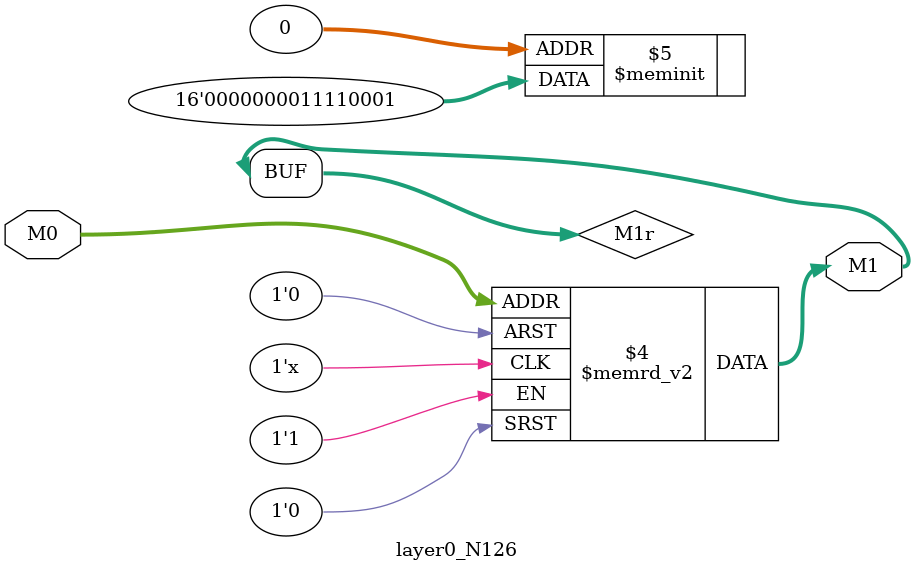
<source format=v>
module layer0_N126 ( input [2:0] M0, output [1:0] M1 );

	(*rom_style = "distributed" *) reg [1:0] M1r;
	assign M1 = M1r;
	always @ (M0) begin
		case (M0)
			3'b000: M1r = 2'b01;
			3'b100: M1r = 2'b00;
			3'b010: M1r = 2'b11;
			3'b110: M1r = 2'b00;
			3'b001: M1r = 2'b00;
			3'b101: M1r = 2'b00;
			3'b011: M1r = 2'b11;
			3'b111: M1r = 2'b00;

		endcase
	end
endmodule

</source>
